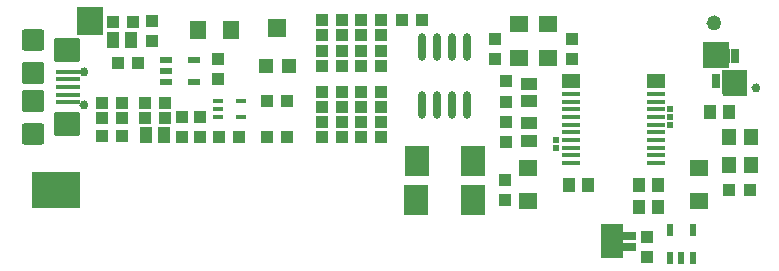
<source format=gtp>
G04 Layer_Color=8421504*
%FSAX24Y24*%
%MOIN*%
G70*
G01*
G75*
%ADD10R,0.0394X0.0866*%
%ADD11R,0.0250X0.0500*%
%ADD12R,0.0500X0.0250*%
%ADD13R,0.0591X0.0472*%
%ADD14R,0.0472X0.0551*%
G04:AMPARAMS|DCode=15|XSize=50mil|YSize=50mil|CornerRadius=25mil|HoleSize=0mil|Usage=FLASHONLY|Rotation=90.000|XOffset=0mil|YOffset=0mil|HoleType=Round|Shape=RoundedRectangle|*
%AMROUNDEDRECTD15*
21,1,0.0500,0.0000,0,0,90.0*
21,1,0.0000,0.0500,0,0,90.0*
1,1,0.0500,0.0000,0.0000*
1,1,0.0500,0.0000,0.0000*
1,1,0.0500,0.0000,0.0000*
1,1,0.0500,0.0000,0.0000*
%
%ADD15ROUNDEDRECTD15*%
G04:AMPARAMS|DCode=16|XSize=30mil|YSize=30mil|CornerRadius=15mil|HoleSize=0mil|Usage=FLASHONLY|Rotation=180.000|XOffset=0mil|YOffset=0mil|HoleType=Round|Shape=RoundedRectangle|*
%AMROUNDEDRECTD16*
21,1,0.0300,0.0000,0,0,180.0*
21,1,0.0000,0.0300,0,0,180.0*
1,1,0.0300,0.0000,0.0000*
1,1,0.0300,0.0000,0.0000*
1,1,0.0300,0.0000,0.0000*
1,1,0.0300,0.0000,0.0000*
%
%ADD16ROUNDEDRECTD16*%
G04:AMPARAMS|DCode=17|XSize=30mil|YSize=30mil|CornerRadius=15mil|HoleSize=0mil|Usage=FLASHONLY|Rotation=90.000|XOffset=0mil|YOffset=0mil|HoleType=Round|Shape=RoundedRectangle|*
%AMROUNDEDRECTD17*
21,1,0.0300,0.0000,0,0,90.0*
21,1,0.0000,0.0300,0,0,90.0*
1,1,0.0300,0.0000,0.0000*
1,1,0.0300,0.0000,0.0000*
1,1,0.0300,0.0000,0.0000*
1,1,0.0300,0.0000,0.0000*
%
%ADD17ROUNDEDRECTD17*%
%ADD18R,0.0200X0.0200*%
%ADD19R,0.0630X0.0591*%
%ADD20R,0.0472X0.0472*%
%ADD21R,0.0433X0.0551*%
%ADD22R,0.0551X0.0433*%
%ADD23R,0.0433X0.0394*%
%ADD24R,0.0394X0.0512*%
%ADD25R,0.0335X0.0157*%
G04:AMPARAMS|DCode=26|XSize=74.8mil|YSize=74.8mil|CornerRadius=9.4mil|HoleSize=0mil|Usage=FLASHONLY|Rotation=270.000|XOffset=0mil|YOffset=0mil|HoleType=Round|Shape=RoundedRectangle|*
%AMROUNDEDRECTD26*
21,1,0.0748,0.0561,0,0,270.0*
21,1,0.0561,0.0748,0,0,270.0*
1,1,0.0187,-0.0281,-0.0281*
1,1,0.0187,-0.0281,0.0281*
1,1,0.0187,0.0281,0.0281*
1,1,0.0187,0.0281,-0.0281*
%
%ADD26ROUNDEDRECTD26*%
G04:AMPARAMS|DCode=27|XSize=70.9mil|YSize=74.8mil|CornerRadius=8.9mil|HoleSize=0mil|Usage=FLASHONLY|Rotation=270.000|XOffset=0mil|YOffset=0mil|HoleType=Round|Shape=RoundedRectangle|*
%AMROUNDEDRECTD27*
21,1,0.0709,0.0571,0,0,270.0*
21,1,0.0532,0.0748,0,0,270.0*
1,1,0.0177,-0.0285,-0.0266*
1,1,0.0177,-0.0285,0.0266*
1,1,0.0177,0.0285,0.0266*
1,1,0.0177,0.0285,-0.0266*
%
%ADD27ROUNDEDRECTD27*%
G04:AMPARAMS|DCode=28|XSize=82.7mil|YSize=88.6mil|CornerRadius=10.3mil|HoleSize=0mil|Usage=FLASHONLY|Rotation=270.000|XOffset=0mil|YOffset=0mil|HoleType=Round|Shape=RoundedRectangle|*
%AMROUNDEDRECTD28*
21,1,0.0827,0.0679,0,0,270.0*
21,1,0.0620,0.0886,0,0,270.0*
1,1,0.0207,-0.0340,-0.0310*
1,1,0.0207,-0.0340,0.0310*
1,1,0.0207,0.0340,0.0310*
1,1,0.0207,0.0340,-0.0310*
%
%ADD28ROUNDEDRECTD28*%
G04:AMPARAMS|DCode=29|XSize=15.7mil|YSize=78.7mil|CornerRadius=2mil|HoleSize=0mil|Usage=FLASHONLY|Rotation=270.000|XOffset=0mil|YOffset=0mil|HoleType=Round|Shape=RoundedRectangle|*
%AMROUNDEDRECTD29*
21,1,0.0157,0.0748,0,0,270.0*
21,1,0.0118,0.0787,0,0,270.0*
1,1,0.0039,-0.0374,-0.0059*
1,1,0.0039,-0.0374,0.0059*
1,1,0.0039,0.0374,0.0059*
1,1,0.0039,0.0374,-0.0059*
%
%ADD29ROUNDEDRECTD29*%
%ADD30R,0.0394X0.0433*%
%ADD31R,0.0630X0.0551*%
%ADD32R,0.0433X0.0236*%
%ADD33R,0.0551X0.0630*%
%ADD34R,0.0236X0.0433*%
%ADD35R,0.0591X0.0158*%
%ADD36O,0.0276X0.0925*%
%ADD69R,0.0807X0.1004*%
%ADD70R,0.0827X0.0984*%
%ADD71R,0.0670X0.0790*%
%ADD72R,0.0900X0.0960*%
%ADD73R,0.1614X0.1211*%
%ADD74R,0.0748X0.1171*%
%ADD75R,0.0858X0.0889*%
%ADD76R,0.0819X0.0894*%
D10*
X015167Y003101D02*
D03*
Y004301D02*
D03*
X013297D02*
D03*
Y003101D02*
D03*
D11*
X001629Y003376D02*
D03*
X001309D02*
D03*
X000989D02*
D03*
X023962Y007000D02*
D03*
X023642D02*
D03*
X023322D02*
D03*
Y007838D02*
D03*
X023642D02*
D03*
X023962D02*
D03*
D12*
X002470Y008854D02*
D03*
Y009178D02*
D03*
X019793Y001486D02*
D03*
Y001841D02*
D03*
X020413Y001486D02*
D03*
Y001841D02*
D03*
D13*
X021329Y006998D02*
D03*
X018474D02*
D03*
D14*
X023740Y004203D02*
D03*
X024488D02*
D03*
X023740Y005148D02*
D03*
X024488D02*
D03*
D15*
X023258Y008947D02*
D03*
D16*
X024656Y006791D02*
D03*
X002260Y007330D02*
D03*
D17*
Y006220D02*
D03*
D18*
X017992Y005059D02*
D03*
X021791Y005817D02*
D03*
Y006093D02*
D03*
X017992Y004774D02*
D03*
X021791Y005541D02*
D03*
D19*
X008703Y008783D02*
D03*
D20*
X009096Y007504D02*
D03*
X008309D02*
D03*
D21*
X003809Y008385D02*
D03*
X003218D02*
D03*
X004905Y005210D02*
D03*
X004315D02*
D03*
D22*
X017077Y005030D02*
D03*
Y005621D02*
D03*
X017087Y006929D02*
D03*
Y006339D02*
D03*
D23*
X003523Y005187D02*
D03*
X002854D02*
D03*
X002854Y006289D02*
D03*
X003524D02*
D03*
X009023Y005151D02*
D03*
X008354D02*
D03*
X023770Y003386D02*
D03*
X024439D02*
D03*
X010866Y007510D02*
D03*
X010197D02*
D03*
Y008533D02*
D03*
X010866D02*
D03*
X010197Y009045D02*
D03*
X010866D02*
D03*
X010866Y005148D02*
D03*
X010197D02*
D03*
Y006132D02*
D03*
X010866D02*
D03*
X010197Y006644D02*
D03*
X010866D02*
D03*
X012155Y008022D02*
D03*
X011486D02*
D03*
X012155Y005640D02*
D03*
X011486D02*
D03*
X003219Y008982D02*
D03*
X003888D02*
D03*
X004281Y005788D02*
D03*
X004951D02*
D03*
X004951Y006289D02*
D03*
X004282D02*
D03*
X006762Y005157D02*
D03*
X007431D02*
D03*
X008354Y006358D02*
D03*
X009024D02*
D03*
X002854Y005768D02*
D03*
X003524D02*
D03*
X012864Y009045D02*
D03*
X013533D02*
D03*
X011486Y005148D02*
D03*
X012155D02*
D03*
X012155Y006644D02*
D03*
X011486D02*
D03*
X012155Y006132D02*
D03*
X011486D02*
D03*
X010197Y005640D02*
D03*
X010866D02*
D03*
X011486Y007510D02*
D03*
X012155D02*
D03*
Y009045D02*
D03*
X011486D02*
D03*
X012155Y008533D02*
D03*
X011486D02*
D03*
X010197Y008022D02*
D03*
X010866D02*
D03*
X003386Y007618D02*
D03*
X004055D02*
D03*
D24*
X023740Y005994D02*
D03*
X023110D02*
D03*
X019065Y003543D02*
D03*
X018435D02*
D03*
X020748Y003543D02*
D03*
X021378D02*
D03*
X020748Y002815D02*
D03*
X021378D02*
D03*
D25*
X007480Y006339D02*
D03*
Y005827D02*
D03*
X006732D02*
D03*
Y006083D02*
D03*
Y006339D02*
D03*
D26*
X000541Y006339D02*
D03*
Y007283D02*
D03*
D27*
Y005236D02*
D03*
Y008386D02*
D03*
D28*
X001673Y008031D02*
D03*
Y005591D02*
D03*
D29*
X001722Y007067D02*
D03*
Y007323D02*
D03*
Y006299D02*
D03*
Y006555D02*
D03*
Y006811D02*
D03*
D30*
X016309Y004981D02*
D03*
Y005650D02*
D03*
X016319Y006998D02*
D03*
Y006329D02*
D03*
X021014Y001801D02*
D03*
Y001132D02*
D03*
X006732Y007067D02*
D03*
Y007736D02*
D03*
X004528Y008346D02*
D03*
Y009016D02*
D03*
X006112Y005827D02*
D03*
Y005158D02*
D03*
X018533Y007756D02*
D03*
Y008425D02*
D03*
X015955Y007756D02*
D03*
Y008425D02*
D03*
X005512Y005158D02*
D03*
Y005827D02*
D03*
X016299Y003041D02*
D03*
Y003711D02*
D03*
D31*
X022766Y004104D02*
D03*
Y003002D02*
D03*
X017726Y008898D02*
D03*
Y007795D02*
D03*
X016762Y008898D02*
D03*
Y007795D02*
D03*
X017057Y004104D02*
D03*
Y003002D02*
D03*
D32*
X005925Y007726D02*
D03*
Y006978D02*
D03*
X004980D02*
D03*
Y007352D02*
D03*
Y007726D02*
D03*
D33*
X007146Y008730D02*
D03*
X006043D02*
D03*
D34*
X021791Y002057D02*
D03*
X022539D02*
D03*
Y001112D02*
D03*
X022165D02*
D03*
X021791D02*
D03*
D35*
X018474Y006585D02*
D03*
Y006329D02*
D03*
Y006073D02*
D03*
Y005817D02*
D03*
Y005561D02*
D03*
Y005305D02*
D03*
Y005049D02*
D03*
Y004793D02*
D03*
Y004537D02*
D03*
Y004281D02*
D03*
X021329D02*
D03*
Y004537D02*
D03*
Y004793D02*
D03*
Y005049D02*
D03*
Y005305D02*
D03*
Y005561D02*
D03*
Y005817D02*
D03*
Y006073D02*
D03*
Y006329D02*
D03*
Y006585D02*
D03*
D36*
X013512Y006201D02*
D03*
X014012D02*
D03*
X014512D02*
D03*
X015012D02*
D03*
X013512Y008150D02*
D03*
X014012D02*
D03*
X014512D02*
D03*
X015012D02*
D03*
D69*
X015207Y003051D02*
D03*
X013337D02*
D03*
D70*
X015217Y004341D02*
D03*
X013346D02*
D03*
D71*
X001534Y003371D02*
D03*
X023867Y006995D02*
D03*
X023417Y007843D02*
D03*
D72*
X002470Y009016D02*
D03*
D73*
X001319Y003381D02*
D03*
D74*
X019843Y001678D02*
D03*
D75*
X023323Y007892D02*
D03*
D76*
X023941Y006943D02*
D03*
M02*

</source>
